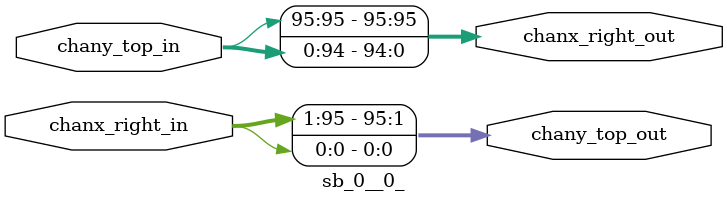
<source format=v>
`timescale 1ns / 1ps

`default_nettype wire

// ----- Verilog module for sb_0__0_ -----
module sb_0__0_(chany_top_in,
                chanx_right_in,
                chany_top_out,
                chanx_right_out);
//----- INPUT PORTS -----
input [0:95] chany_top_in;
//----- INPUT PORTS -----
input [0:95] chanx_right_in;
//----- OUTPUT PORTS -----
output [0:95] chany_top_out;
//----- OUTPUT PORTS -----
output [0:95] chanx_right_out;

//----- BEGIN Registered ports -----
//----- END Registered ports -----



// ----- BEGIN Local short connections -----
// ----- Local connection due to Wire 0 -----
// ----- Net source id 0 -----
// ----- Net sink id 0 -----
	assign chanx_right_out[1] = chany_top_in[0];
// ----- Local connection due to Wire 1 -----
// ----- Net source id 0 -----
// ----- Net sink id 0 -----
	assign chanx_right_out[2] = chany_top_in[1];
// ----- Local connection due to Wire 2 -----
// ----- Net source id 0 -----
// ----- Net sink id 0 -----
	assign chanx_right_out[3] = chany_top_in[2];
// ----- Local connection due to Wire 3 -----
// ----- Net source id 0 -----
// ----- Net sink id 0 -----
	assign chanx_right_out[4] = chany_top_in[3];
// ----- Local connection due to Wire 4 -----
// ----- Net source id 0 -----
// ----- Net sink id 0 -----
	assign chanx_right_out[5] = chany_top_in[4];
// ----- Local connection due to Wire 5 -----
// ----- Net source id 0 -----
// ----- Net sink id 0 -----
	assign chanx_right_out[6] = chany_top_in[5];
// ----- Local connection due to Wire 6 -----
// ----- Net source id 0 -----
// ----- Net sink id 0 -----
	assign chanx_right_out[7] = chany_top_in[6];
// ----- Local connection due to Wire 7 -----
// ----- Net source id 0 -----
// ----- Net sink id 0 -----
	assign chanx_right_out[8] = chany_top_in[7];
// ----- Local connection due to Wire 8 -----
// ----- Net source id 0 -----
// ----- Net sink id 0 -----
	assign chanx_right_out[9] = chany_top_in[8];
// ----- Local connection due to Wire 9 -----
// ----- Net source id 0 -----
// ----- Net sink id 0 -----
	assign chanx_right_out[10] = chany_top_in[9];
// ----- Local connection due to Wire 10 -----
// ----- Net source id 0 -----
// ----- Net sink id 0 -----
	assign chanx_right_out[11] = chany_top_in[10];
// ----- Local connection due to Wire 11 -----
// ----- Net source id 0 -----
// ----- Net sink id 0 -----
	assign chanx_right_out[12] = chany_top_in[11];
// ----- Local connection due to Wire 12 -----
// ----- Net source id 0 -----
// ----- Net sink id 0 -----
	assign chanx_right_out[13] = chany_top_in[12];
// ----- Local connection due to Wire 13 -----
// ----- Net source id 0 -----
// ----- Net sink id 0 -----
	assign chanx_right_out[14] = chany_top_in[13];
// ----- Local connection due to Wire 14 -----
// ----- Net source id 0 -----
// ----- Net sink id 0 -----
	assign chanx_right_out[15] = chany_top_in[14];
// ----- Local connection due to Wire 15 -----
// ----- Net source id 0 -----
// ----- Net sink id 0 -----
	assign chanx_right_out[16] = chany_top_in[15];
// ----- Local connection due to Wire 16 -----
// ----- Net source id 0 -----
// ----- Net sink id 0 -----
	assign chanx_right_out[17] = chany_top_in[16];
// ----- Local connection due to Wire 17 -----
// ----- Net source id 0 -----
// ----- Net sink id 0 -----
	assign chanx_right_out[18] = chany_top_in[17];
// ----- Local connection due to Wire 18 -----
// ----- Net source id 0 -----
// ----- Net sink id 0 -----
	assign chanx_right_out[19] = chany_top_in[18];
// ----- Local connection due to Wire 19 -----
// ----- Net source id 0 -----
// ----- Net sink id 0 -----
	assign chanx_right_out[20] = chany_top_in[19];
// ----- Local connection due to Wire 20 -----
// ----- Net source id 0 -----
// ----- Net sink id 0 -----
	assign chanx_right_out[21] = chany_top_in[20];
// ----- Local connection due to Wire 21 -----
// ----- Net source id 0 -----
// ----- Net sink id 0 -----
	assign chanx_right_out[22] = chany_top_in[21];
// ----- Local connection due to Wire 22 -----
// ----- Net source id 0 -----
// ----- Net sink id 0 -----
	assign chanx_right_out[23] = chany_top_in[22];
// ----- Local connection due to Wire 23 -----
// ----- Net source id 0 -----
// ----- Net sink id 0 -----
	assign chanx_right_out[24] = chany_top_in[23];
// ----- Local connection due to Wire 24 -----
// ----- Net source id 0 -----
// ----- Net sink id 0 -----
	assign chanx_right_out[25] = chany_top_in[24];
// ----- Local connection due to Wire 25 -----
// ----- Net source id 0 -----
// ----- Net sink id 0 -----
	assign chanx_right_out[26] = chany_top_in[25];
// ----- Local connection due to Wire 26 -----
// ----- Net source id 0 -----
// ----- Net sink id 0 -----
	assign chanx_right_out[27] = chany_top_in[26];
// ----- Local connection due to Wire 27 -----
// ----- Net source id 0 -----
// ----- Net sink id 0 -----
	assign chanx_right_out[28] = chany_top_in[27];
// ----- Local connection due to Wire 28 -----
// ----- Net source id 0 -----
// ----- Net sink id 0 -----
	assign chanx_right_out[29] = chany_top_in[28];
// ----- Local connection due to Wire 29 -----
// ----- Net source id 0 -----
// ----- Net sink id 0 -----
	assign chanx_right_out[30] = chany_top_in[29];
// ----- Local connection due to Wire 30 -----
// ----- Net source id 0 -----
// ----- Net sink id 0 -----
	assign chanx_right_out[31] = chany_top_in[30];
// ----- Local connection due to Wire 31 -----
// ----- Net source id 0 -----
// ----- Net sink id 0 -----
	assign chanx_right_out[32] = chany_top_in[31];
// ----- Local connection due to Wire 32 -----
// ----- Net source id 0 -----
// ----- Net sink id 0 -----
	assign chanx_right_out[33] = chany_top_in[32];
// ----- Local connection due to Wire 33 -----
// ----- Net source id 0 -----
// ----- Net sink id 0 -----
	assign chanx_right_out[34] = chany_top_in[33];
// ----- Local connection due to Wire 34 -----
// ----- Net source id 0 -----
// ----- Net sink id 0 -----
	assign chanx_right_out[35] = chany_top_in[34];
// ----- Local connection due to Wire 35 -----
// ----- Net source id 0 -----
// ----- Net sink id 0 -----
	assign chanx_right_out[36] = chany_top_in[35];
// ----- Local connection due to Wire 36 -----
// ----- Net source id 0 -----
// ----- Net sink id 0 -----
	assign chanx_right_out[37] = chany_top_in[36];
// ----- Local connection due to Wire 37 -----
// ----- Net source id 0 -----
// ----- Net sink id 0 -----
	assign chanx_right_out[38] = chany_top_in[37];
// ----- Local connection due to Wire 38 -----
// ----- Net source id 0 -----
// ----- Net sink id 0 -----
	assign chanx_right_out[39] = chany_top_in[38];
// ----- Local connection due to Wire 39 -----
// ----- Net source id 0 -----
// ----- Net sink id 0 -----
	assign chanx_right_out[40] = chany_top_in[39];
// ----- Local connection due to Wire 40 -----
// ----- Net source id 0 -----
// ----- Net sink id 0 -----
	assign chanx_right_out[41] = chany_top_in[40];
// ----- Local connection due to Wire 41 -----
// ----- Net source id 0 -----
// ----- Net sink id 0 -----
	assign chanx_right_out[42] = chany_top_in[41];
// ----- Local connection due to Wire 42 -----
// ----- Net source id 0 -----
// ----- Net sink id 0 -----
	assign chanx_right_out[43] = chany_top_in[42];
// ----- Local connection due to Wire 43 -----
// ----- Net source id 0 -----
// ----- Net sink id 0 -----
	assign chanx_right_out[44] = chany_top_in[43];
// ----- Local connection due to Wire 44 -----
// ----- Net source id 0 -----
// ----- Net sink id 0 -----
	assign chanx_right_out[45] = chany_top_in[44];
// ----- Local connection due to Wire 45 -----
// ----- Net source id 0 -----
// ----- Net sink id 0 -----
	assign chanx_right_out[46] = chany_top_in[45];
// ----- Local connection due to Wire 46 -----
// ----- Net source id 0 -----
// ----- Net sink id 0 -----
	assign chanx_right_out[47] = chany_top_in[46];
// ----- Local connection due to Wire 47 -----
// ----- Net source id 0 -----
// ----- Net sink id 0 -----
	assign chanx_right_out[48] = chany_top_in[47];
// ----- Local connection due to Wire 48 -----
// ----- Net source id 0 -----
// ----- Net sink id 0 -----
	assign chanx_right_out[49] = chany_top_in[48];
// ----- Local connection due to Wire 49 -----
// ----- Net source id 0 -----
// ----- Net sink id 0 -----
	assign chanx_right_out[50] = chany_top_in[49];
// ----- Local connection due to Wire 50 -----
// ----- Net source id 0 -----
// ----- Net sink id 0 -----
	assign chanx_right_out[51] = chany_top_in[50];
// ----- Local connection due to Wire 51 -----
// ----- Net source id 0 -----
// ----- Net sink id 0 -----
	assign chanx_right_out[52] = chany_top_in[51];
// ----- Local connection due to Wire 52 -----
// ----- Net source id 0 -----
// ----- Net sink id 0 -----
	assign chanx_right_out[53] = chany_top_in[52];
// ----- Local connection due to Wire 53 -----
// ----- Net source id 0 -----
// ----- Net sink id 0 -----
	assign chanx_right_out[54] = chany_top_in[53];
// ----- Local connection due to Wire 54 -----
// ----- Net source id 0 -----
// ----- Net sink id 0 -----
	assign chanx_right_out[55] = chany_top_in[54];
// ----- Local connection due to Wire 55 -----
// ----- Net source id 0 -----
// ----- Net sink id 0 -----
	assign chanx_right_out[56] = chany_top_in[55];
// ----- Local connection due to Wire 56 -----
// ----- Net source id 0 -----
// ----- Net sink id 0 -----
	assign chanx_right_out[57] = chany_top_in[56];
// ----- Local connection due to Wire 57 -----
// ----- Net source id 0 -----
// ----- Net sink id 0 -----
	assign chanx_right_out[58] = chany_top_in[57];
// ----- Local connection due to Wire 58 -----
// ----- Net source id 0 -----
// ----- Net sink id 0 -----
	assign chanx_right_out[59] = chany_top_in[58];
// ----- Local connection due to Wire 59 -----
// ----- Net source id 0 -----
// ----- Net sink id 0 -----
	assign chanx_right_out[60] = chany_top_in[59];
// ----- Local connection due to Wire 60 -----
// ----- Net source id 0 -----
// ----- Net sink id 0 -----
	assign chanx_right_out[61] = chany_top_in[60];
// ----- Local connection due to Wire 61 -----
// ----- Net source id 0 -----
// ----- Net sink id 0 -----
	assign chanx_right_out[62] = chany_top_in[61];
// ----- Local connection due to Wire 62 -----
// ----- Net source id 0 -----
// ----- Net sink id 0 -----
	assign chanx_right_out[63] = chany_top_in[62];
// ----- Local connection due to Wire 63 -----
// ----- Net source id 0 -----
// ----- Net sink id 0 -----
	assign chanx_right_out[64] = chany_top_in[63];
// ----- Local connection due to Wire 64 -----
// ----- Net source id 0 -----
// ----- Net sink id 0 -----
	assign chanx_right_out[65] = chany_top_in[64];
// ----- Local connection due to Wire 65 -----
// ----- Net source id 0 -----
// ----- Net sink id 0 -----
	assign chanx_right_out[66] = chany_top_in[65];
// ----- Local connection due to Wire 66 -----
// ----- Net source id 0 -----
// ----- Net sink id 0 -----
	assign chanx_right_out[67] = chany_top_in[66];
// ----- Local connection due to Wire 67 -----
// ----- Net source id 0 -----
// ----- Net sink id 0 -----
	assign chanx_right_out[68] = chany_top_in[67];
// ----- Local connection due to Wire 68 -----
// ----- Net source id 0 -----
// ----- Net sink id 0 -----
	assign chanx_right_out[69] = chany_top_in[68];
// ----- Local connection due to Wire 69 -----
// ----- Net source id 0 -----
// ----- Net sink id 0 -----
	assign chanx_right_out[70] = chany_top_in[69];
// ----- Local connection due to Wire 70 -----
// ----- Net source id 0 -----
// ----- Net sink id 0 -----
	assign chanx_right_out[71] = chany_top_in[70];
// ----- Local connection due to Wire 71 -----
// ----- Net source id 0 -----
// ----- Net sink id 0 -----
	assign chanx_right_out[72] = chany_top_in[71];
// ----- Local connection due to Wire 72 -----
// ----- Net source id 0 -----
// ----- Net sink id 0 -----
	assign chanx_right_out[73] = chany_top_in[72];
// ----- Local connection due to Wire 73 -----
// ----- Net source id 0 -----
// ----- Net sink id 0 -----
	assign chanx_right_out[74] = chany_top_in[73];
// ----- Local connection due to Wire 74 -----
// ----- Net source id 0 -----
// ----- Net sink id 0 -----
	assign chanx_right_out[75] = chany_top_in[74];
// ----- Local connection due to Wire 75 -----
// ----- Net source id 0 -----
// ----- Net sink id 0 -----
	assign chanx_right_out[76] = chany_top_in[75];
// ----- Local connection due to Wire 76 -----
// ----- Net source id 0 -----
// ----- Net sink id 0 -----
	assign chanx_right_out[77] = chany_top_in[76];
// ----- Local connection due to Wire 77 -----
// ----- Net source id 0 -----
// ----- Net sink id 0 -----
	assign chanx_right_out[78] = chany_top_in[77];
// ----- Local connection due to Wire 78 -----
// ----- Net source id 0 -----
// ----- Net sink id 0 -----
	assign chanx_right_out[79] = chany_top_in[78];
// ----- Local connection due to Wire 79 -----
// ----- Net source id 0 -----
// ----- Net sink id 0 -----
	assign chanx_right_out[80] = chany_top_in[79];
// ----- Local connection due to Wire 80 -----
// ----- Net source id 0 -----
// ----- Net sink id 0 -----
	assign chanx_right_out[81] = chany_top_in[80];
// ----- Local connection due to Wire 81 -----
// ----- Net source id 0 -----
// ----- Net sink id 0 -----
	assign chanx_right_out[82] = chany_top_in[81];
// ----- Local connection due to Wire 82 -----
// ----- Net source id 0 -----
// ----- Net sink id 0 -----
	assign chanx_right_out[83] = chany_top_in[82];
// ----- Local connection due to Wire 83 -----
// ----- Net source id 0 -----
// ----- Net sink id 0 -----
	assign chanx_right_out[84] = chany_top_in[83];
// ----- Local connection due to Wire 84 -----
// ----- Net source id 0 -----
// ----- Net sink id 0 -----
	assign chanx_right_out[85] = chany_top_in[84];
// ----- Local connection due to Wire 85 -----
// ----- Net source id 0 -----
// ----- Net sink id 0 -----
	assign chanx_right_out[86] = chany_top_in[85];
// ----- Local connection due to Wire 86 -----
// ----- Net source id 0 -----
// ----- Net sink id 0 -----
	assign chanx_right_out[87] = chany_top_in[86];
// ----- Local connection due to Wire 87 -----
// ----- Net source id 0 -----
// ----- Net sink id 0 -----
	assign chanx_right_out[88] = chany_top_in[87];
// ----- Local connection due to Wire 88 -----
// ----- Net source id 0 -----
// ----- Net sink id 0 -----
	assign chanx_right_out[89] = chany_top_in[88];
// ----- Local connection due to Wire 89 -----
// ----- Net source id 0 -----
// ----- Net sink id 0 -----
	assign chanx_right_out[90] = chany_top_in[89];
// ----- Local connection due to Wire 90 -----
// ----- Net source id 0 -----
// ----- Net sink id 0 -----
	assign chanx_right_out[91] = chany_top_in[90];
// ----- Local connection due to Wire 91 -----
// ----- Net source id 0 -----
// ----- Net sink id 0 -----
	assign chanx_right_out[92] = chany_top_in[91];
// ----- Local connection due to Wire 92 -----
// ----- Net source id 0 -----
// ----- Net sink id 0 -----
	assign chanx_right_out[93] = chany_top_in[92];
// ----- Local connection due to Wire 93 -----
// ----- Net source id 0 -----
// ----- Net sink id 0 -----
	assign chanx_right_out[94] = chany_top_in[93];
// ----- Local connection due to Wire 94 -----
// ----- Net source id 0 -----
// ----- Net sink id 0 -----
	assign chanx_right_out[95] = chany_top_in[94];
// ----- Local connection due to Wire 95 -----
// ----- Net source id 0 -----
// ----- Net sink id 0 -----
	assign chanx_right_out[0] = chany_top_in[95];
// ----- Local connection due to Wire 96 -----
// ----- Net source id 0 -----
// ----- Net sink id 0 -----
	assign chany_top_out[95] = chanx_right_in[0];
// ----- Local connection due to Wire 97 -----
// ----- Net source id 0 -----
// ----- Net sink id 0 -----
	assign chany_top_out[0] = chanx_right_in[1];
// ----- Local connection due to Wire 98 -----
// ----- Net source id 0 -----
// ----- Net sink id 0 -----
	assign chany_top_out[1] = chanx_right_in[2];
// ----- Local connection due to Wire 99 -----
// ----- Net source id 0 -----
// ----- Net sink id 0 -----
	assign chany_top_out[2] = chanx_right_in[3];
// ----- Local connection due to Wire 100 -----
// ----- Net source id 0 -----
// ----- Net sink id 0 -----
	assign chany_top_out[3] = chanx_right_in[4];
// ----- Local connection due to Wire 101 -----
// ----- Net source id 0 -----
// ----- Net sink id 0 -----
	assign chany_top_out[4] = chanx_right_in[5];
// ----- Local connection due to Wire 102 -----
// ----- Net source id 0 -----
// ----- Net sink id 0 -----
	assign chany_top_out[5] = chanx_right_in[6];
// ----- Local connection due to Wire 103 -----
// ----- Net source id 0 -----
// ----- Net sink id 0 -----
	assign chany_top_out[6] = chanx_right_in[7];
// ----- Local connection due to Wire 104 -----
// ----- Net source id 0 -----
// ----- Net sink id 0 -----
	assign chany_top_out[7] = chanx_right_in[8];
// ----- Local connection due to Wire 105 -----
// ----- Net source id 0 -----
// ----- Net sink id 0 -----
	assign chany_top_out[8] = chanx_right_in[9];
// ----- Local connection due to Wire 106 -----
// ----- Net source id 0 -----
// ----- Net sink id 0 -----
	assign chany_top_out[9] = chanx_right_in[10];
// ----- Local connection due to Wire 107 -----
// ----- Net source id 0 -----
// ----- Net sink id 0 -----
	assign chany_top_out[10] = chanx_right_in[11];
// ----- Local connection due to Wire 108 -----
// ----- Net source id 0 -----
// ----- Net sink id 0 -----
	assign chany_top_out[11] = chanx_right_in[12];
// ----- Local connection due to Wire 109 -----
// ----- Net source id 0 -----
// ----- Net sink id 0 -----
	assign chany_top_out[12] = chanx_right_in[13];
// ----- Local connection due to Wire 110 -----
// ----- Net source id 0 -----
// ----- Net sink id 0 -----
	assign chany_top_out[13] = chanx_right_in[14];
// ----- Local connection due to Wire 111 -----
// ----- Net source id 0 -----
// ----- Net sink id 0 -----
	assign chany_top_out[14] = chanx_right_in[15];
// ----- Local connection due to Wire 112 -----
// ----- Net source id 0 -----
// ----- Net sink id 0 -----
	assign chany_top_out[15] = chanx_right_in[16];
// ----- Local connection due to Wire 113 -----
// ----- Net source id 0 -----
// ----- Net sink id 0 -----
	assign chany_top_out[16] = chanx_right_in[17];
// ----- Local connection due to Wire 114 -----
// ----- Net source id 0 -----
// ----- Net sink id 0 -----
	assign chany_top_out[17] = chanx_right_in[18];
// ----- Local connection due to Wire 115 -----
// ----- Net source id 0 -----
// ----- Net sink id 0 -----
	assign chany_top_out[18] = chanx_right_in[19];
// ----- Local connection due to Wire 116 -----
// ----- Net source id 0 -----
// ----- Net sink id 0 -----
	assign chany_top_out[19] = chanx_right_in[20];
// ----- Local connection due to Wire 117 -----
// ----- Net source id 0 -----
// ----- Net sink id 0 -----
	assign chany_top_out[20] = chanx_right_in[21];
// ----- Local connection due to Wire 118 -----
// ----- Net source id 0 -----
// ----- Net sink id 0 -----
	assign chany_top_out[21] = chanx_right_in[22];
// ----- Local connection due to Wire 119 -----
// ----- Net source id 0 -----
// ----- Net sink id 0 -----
	assign chany_top_out[22] = chanx_right_in[23];
// ----- Local connection due to Wire 120 -----
// ----- Net source id 0 -----
// ----- Net sink id 0 -----
	assign chany_top_out[23] = chanx_right_in[24];
// ----- Local connection due to Wire 121 -----
// ----- Net source id 0 -----
// ----- Net sink id 0 -----
	assign chany_top_out[24] = chanx_right_in[25];
// ----- Local connection due to Wire 122 -----
// ----- Net source id 0 -----
// ----- Net sink id 0 -----
	assign chany_top_out[25] = chanx_right_in[26];
// ----- Local connection due to Wire 123 -----
// ----- Net source id 0 -----
// ----- Net sink id 0 -----
	assign chany_top_out[26] = chanx_right_in[27];
// ----- Local connection due to Wire 124 -----
// ----- Net source id 0 -----
// ----- Net sink id 0 -----
	assign chany_top_out[27] = chanx_right_in[28];
// ----- Local connection due to Wire 125 -----
// ----- Net source id 0 -----
// ----- Net sink id 0 -----
	assign chany_top_out[28] = chanx_right_in[29];
// ----- Local connection due to Wire 126 -----
// ----- Net source id 0 -----
// ----- Net sink id 0 -----
	assign chany_top_out[29] = chanx_right_in[30];
// ----- Local connection due to Wire 127 -----
// ----- Net source id 0 -----
// ----- Net sink id 0 -----
	assign chany_top_out[30] = chanx_right_in[31];
// ----- Local connection due to Wire 128 -----
// ----- Net source id 0 -----
// ----- Net sink id 0 -----
	assign chany_top_out[31] = chanx_right_in[32];
// ----- Local connection due to Wire 129 -----
// ----- Net source id 0 -----
// ----- Net sink id 0 -----
	assign chany_top_out[32] = chanx_right_in[33];
// ----- Local connection due to Wire 130 -----
// ----- Net source id 0 -----
// ----- Net sink id 0 -----
	assign chany_top_out[33] = chanx_right_in[34];
// ----- Local connection due to Wire 131 -----
// ----- Net source id 0 -----
// ----- Net sink id 0 -----
	assign chany_top_out[34] = chanx_right_in[35];
// ----- Local connection due to Wire 132 -----
// ----- Net source id 0 -----
// ----- Net sink id 0 -----
	assign chany_top_out[35] = chanx_right_in[36];
// ----- Local connection due to Wire 133 -----
// ----- Net source id 0 -----
// ----- Net sink id 0 -----
	assign chany_top_out[36] = chanx_right_in[37];
// ----- Local connection due to Wire 134 -----
// ----- Net source id 0 -----
// ----- Net sink id 0 -----
	assign chany_top_out[37] = chanx_right_in[38];
// ----- Local connection due to Wire 135 -----
// ----- Net source id 0 -----
// ----- Net sink id 0 -----
	assign chany_top_out[38] = chanx_right_in[39];
// ----- Local connection due to Wire 136 -----
// ----- Net source id 0 -----
// ----- Net sink id 0 -----
	assign chany_top_out[39] = chanx_right_in[40];
// ----- Local connection due to Wire 137 -----
// ----- Net source id 0 -----
// ----- Net sink id 0 -----
	assign chany_top_out[40] = chanx_right_in[41];
// ----- Local connection due to Wire 138 -----
// ----- Net source id 0 -----
// ----- Net sink id 0 -----
	assign chany_top_out[41] = chanx_right_in[42];
// ----- Local connection due to Wire 139 -----
// ----- Net source id 0 -----
// ----- Net sink id 0 -----
	assign chany_top_out[42] = chanx_right_in[43];
// ----- Local connection due to Wire 140 -----
// ----- Net source id 0 -----
// ----- Net sink id 0 -----
	assign chany_top_out[43] = chanx_right_in[44];
// ----- Local connection due to Wire 141 -----
// ----- Net source id 0 -----
// ----- Net sink id 0 -----
	assign chany_top_out[44] = chanx_right_in[45];
// ----- Local connection due to Wire 142 -----
// ----- Net source id 0 -----
// ----- Net sink id 0 -----
	assign chany_top_out[45] = chanx_right_in[46];
// ----- Local connection due to Wire 143 -----
// ----- Net source id 0 -----
// ----- Net sink id 0 -----
	assign chany_top_out[46] = chanx_right_in[47];
// ----- Local connection due to Wire 144 -----
// ----- Net source id 0 -----
// ----- Net sink id 0 -----
	assign chany_top_out[47] = chanx_right_in[48];
// ----- Local connection due to Wire 145 -----
// ----- Net source id 0 -----
// ----- Net sink id 0 -----
	assign chany_top_out[48] = chanx_right_in[49];
// ----- Local connection due to Wire 146 -----
// ----- Net source id 0 -----
// ----- Net sink id 0 -----
	assign chany_top_out[49] = chanx_right_in[50];
// ----- Local connection due to Wire 147 -----
// ----- Net source id 0 -----
// ----- Net sink id 0 -----
	assign chany_top_out[50] = chanx_right_in[51];
// ----- Local connection due to Wire 148 -----
// ----- Net source id 0 -----
// ----- Net sink id 0 -----
	assign chany_top_out[51] = chanx_right_in[52];
// ----- Local connection due to Wire 149 -----
// ----- Net source id 0 -----
// ----- Net sink id 0 -----
	assign chany_top_out[52] = chanx_right_in[53];
// ----- Local connection due to Wire 150 -----
// ----- Net source id 0 -----
// ----- Net sink id 0 -----
	assign chany_top_out[53] = chanx_right_in[54];
// ----- Local connection due to Wire 151 -----
// ----- Net source id 0 -----
// ----- Net sink id 0 -----
	assign chany_top_out[54] = chanx_right_in[55];
// ----- Local connection due to Wire 152 -----
// ----- Net source id 0 -----
// ----- Net sink id 0 -----
	assign chany_top_out[55] = chanx_right_in[56];
// ----- Local connection due to Wire 153 -----
// ----- Net source id 0 -----
// ----- Net sink id 0 -----
	assign chany_top_out[56] = chanx_right_in[57];
// ----- Local connection due to Wire 154 -----
// ----- Net source id 0 -----
// ----- Net sink id 0 -----
	assign chany_top_out[57] = chanx_right_in[58];
// ----- Local connection due to Wire 155 -----
// ----- Net source id 0 -----
// ----- Net sink id 0 -----
	assign chany_top_out[58] = chanx_right_in[59];
// ----- Local connection due to Wire 156 -----
// ----- Net source id 0 -----
// ----- Net sink id 0 -----
	assign chany_top_out[59] = chanx_right_in[60];
// ----- Local connection due to Wire 157 -----
// ----- Net source id 0 -----
// ----- Net sink id 0 -----
	assign chany_top_out[60] = chanx_right_in[61];
// ----- Local connection due to Wire 158 -----
// ----- Net source id 0 -----
// ----- Net sink id 0 -----
	assign chany_top_out[61] = chanx_right_in[62];
// ----- Local connection due to Wire 159 -----
// ----- Net source id 0 -----
// ----- Net sink id 0 -----
	assign chany_top_out[62] = chanx_right_in[63];
// ----- Local connection due to Wire 160 -----
// ----- Net source id 0 -----
// ----- Net sink id 0 -----
	assign chany_top_out[63] = chanx_right_in[64];
// ----- Local connection due to Wire 161 -----
// ----- Net source id 0 -----
// ----- Net sink id 0 -----
	assign chany_top_out[64] = chanx_right_in[65];
// ----- Local connection due to Wire 162 -----
// ----- Net source id 0 -----
// ----- Net sink id 0 -----
	assign chany_top_out[65] = chanx_right_in[66];
// ----- Local connection due to Wire 163 -----
// ----- Net source id 0 -----
// ----- Net sink id 0 -----
	assign chany_top_out[66] = chanx_right_in[67];
// ----- Local connection due to Wire 164 -----
// ----- Net source id 0 -----
// ----- Net sink id 0 -----
	assign chany_top_out[67] = chanx_right_in[68];
// ----- Local connection due to Wire 165 -----
// ----- Net source id 0 -----
// ----- Net sink id 0 -----
	assign chany_top_out[68] = chanx_right_in[69];
// ----- Local connection due to Wire 166 -----
// ----- Net source id 0 -----
// ----- Net sink id 0 -----
	assign chany_top_out[69] = chanx_right_in[70];
// ----- Local connection due to Wire 167 -----
// ----- Net source id 0 -----
// ----- Net sink id 0 -----
	assign chany_top_out[70] = chanx_right_in[71];
// ----- Local connection due to Wire 168 -----
// ----- Net source id 0 -----
// ----- Net sink id 0 -----
	assign chany_top_out[71] = chanx_right_in[72];
// ----- Local connection due to Wire 169 -----
// ----- Net source id 0 -----
// ----- Net sink id 0 -----
	assign chany_top_out[72] = chanx_right_in[73];
// ----- Local connection due to Wire 170 -----
// ----- Net source id 0 -----
// ----- Net sink id 0 -----
	assign chany_top_out[73] = chanx_right_in[74];
// ----- Local connection due to Wire 171 -----
// ----- Net source id 0 -----
// ----- Net sink id 0 -----
	assign chany_top_out[74] = chanx_right_in[75];
// ----- Local connection due to Wire 172 -----
// ----- Net source id 0 -----
// ----- Net sink id 0 -----
	assign chany_top_out[75] = chanx_right_in[76];
// ----- Local connection due to Wire 173 -----
// ----- Net source id 0 -----
// ----- Net sink id 0 -----
	assign chany_top_out[76] = chanx_right_in[77];
// ----- Local connection due to Wire 174 -----
// ----- Net source id 0 -----
// ----- Net sink id 0 -----
	assign chany_top_out[77] = chanx_right_in[78];
// ----- Local connection due to Wire 175 -----
// ----- Net source id 0 -----
// ----- Net sink id 0 -----
	assign chany_top_out[78] = chanx_right_in[79];
// ----- Local connection due to Wire 176 -----
// ----- Net source id 0 -----
// ----- Net sink id 0 -----
	assign chany_top_out[79] = chanx_right_in[80];
// ----- Local connection due to Wire 177 -----
// ----- Net source id 0 -----
// ----- Net sink id 0 -----
	assign chany_top_out[80] = chanx_right_in[81];
// ----- Local connection due to Wire 178 -----
// ----- Net source id 0 -----
// ----- Net sink id 0 -----
	assign chany_top_out[81] = chanx_right_in[82];
// ----- Local connection due to Wire 179 -----
// ----- Net source id 0 -----
// ----- Net sink id 0 -----
	assign chany_top_out[82] = chanx_right_in[83];
// ----- Local connection due to Wire 180 -----
// ----- Net source id 0 -----
// ----- Net sink id 0 -----
	assign chany_top_out[83] = chanx_right_in[84];
// ----- Local connection due to Wire 181 -----
// ----- Net source id 0 -----
// ----- Net sink id 0 -----
	assign chany_top_out[84] = chanx_right_in[85];
// ----- Local connection due to Wire 182 -----
// ----- Net source id 0 -----
// ----- Net sink id 0 -----
	assign chany_top_out[85] = chanx_right_in[86];
// ----- Local connection due to Wire 183 -----
// ----- Net source id 0 -----
// ----- Net sink id 0 -----
	assign chany_top_out[86] = chanx_right_in[87];
// ----- Local connection due to Wire 184 -----
// ----- Net source id 0 -----
// ----- Net sink id 0 -----
	assign chany_top_out[87] = chanx_right_in[88];
// ----- Local connection due to Wire 185 -----
// ----- Net source id 0 -----
// ----- Net sink id 0 -----
	assign chany_top_out[88] = chanx_right_in[89];
// ----- Local connection due to Wire 186 -----
// ----- Net source id 0 -----
// ----- Net sink id 0 -----
	assign chany_top_out[89] = chanx_right_in[90];
// ----- Local connection due to Wire 187 -----
// ----- Net source id 0 -----
// ----- Net sink id 0 -----
	assign chany_top_out[90] = chanx_right_in[91];
// ----- Local connection due to Wire 188 -----
// ----- Net source id 0 -----
// ----- Net sink id 0 -----
	assign chany_top_out[91] = chanx_right_in[92];
// ----- Local connection due to Wire 189 -----
// ----- Net source id 0 -----
// ----- Net sink id 0 -----
	assign chany_top_out[92] = chanx_right_in[93];
// ----- Local connection due to Wire 190 -----
// ----- Net source id 0 -----
// ----- Net sink id 0 -----
	assign chany_top_out[93] = chanx_right_in[94];
// ----- Local connection due to Wire 191 -----
// ----- Net source id 0 -----
// ----- Net sink id 0 -----
	assign chany_top_out[94] = chanx_right_in[95];
// ----- END Local short connections -----
// ----- BEGIN Local output short connections -----
// ----- END Local output short connections -----

endmodule
// ----- END Verilog module for sb_0__0_ -----

//----- Default net type -----
`default_nettype none




</source>
